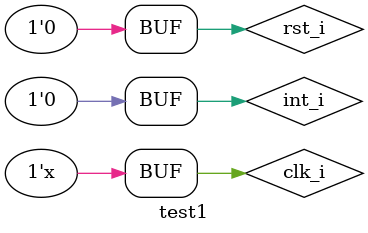
<source format=sv>
module test1 ();
    
    logic           rst_i;
    logic           clk_i;
    logic           int_i;

    mips_cpu my_cpu(
        .rst_i(rst_i),
        .clk_i(clk_i),
        .int_i(int_i)
    );

    initial begin
        rst_i = 1'b1;
        clk_i = 1'b0;
        int_i = 1'b0;
        # 50 rst_i = 1'b0;
    end
    always #1 clk_i = ~clk_i;
endmodule
</source>
